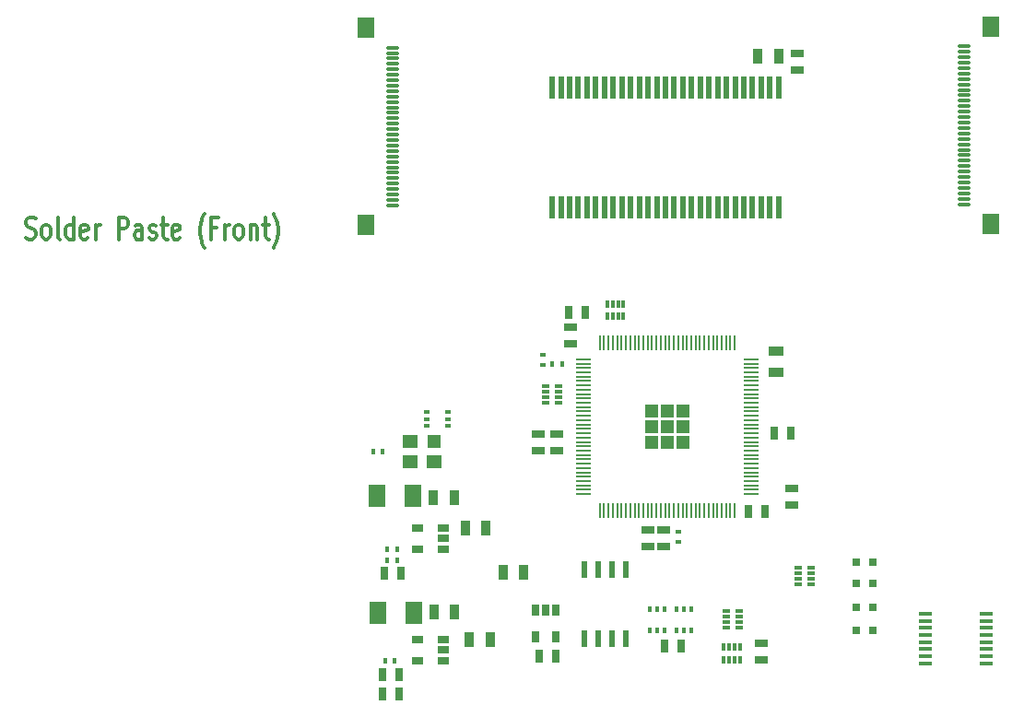
<source format=gtp>
G04 (created by PCBNEW-RS274X (2012-01-19 BZR 3256)-stable) date Mon 15 Oct 2012 17:25:38 BST*
G01*
G70*
G90*
%MOIN*%
G04 Gerber Fmt 3.4, Leading zero omitted, Abs format*
%FSLAX34Y34*%
G04 APERTURE LIST*
%ADD10C,0.006000*%
%ADD11C,0.012000*%
%ADD12O,0.057100X0.007900*%
%ADD13O,0.007900X0.057100*%
%ADD14R,0.047200X0.047200*%
%ADD15R,0.031400X0.031400*%
%ADD16R,0.035000X0.055000*%
%ADD17R,0.055000X0.035000*%
%ADD18R,0.045000X0.025000*%
%ADD19R,0.025000X0.045000*%
%ADD20R,0.015700X0.023600*%
%ADD21R,0.023600X0.015700*%
%ADD22R,0.063000X0.074800*%
%ADD23O,0.049200X0.011800*%
%ADD24R,0.020000X0.059100*%
%ADD25R,0.027600X0.039400*%
%ADD26R,0.039400X0.027600*%
%ADD27R,0.025600X0.011800*%
%ADD28R,0.011800X0.025600*%
%ADD29R,0.015700X0.019700*%
%ADD30R,0.023600X0.078700*%
%ADD31R,0.060000X0.080000*%
%ADD32R,0.050000X0.015000*%
%ADD33R,0.055100X0.047200*%
%ADD34R,0.051200X0.047200*%
%ADD35R,0.019700X0.015700*%
G04 APERTURE END LIST*
G54D10*
G54D11*
X07299Y-28632D02*
X07385Y-28670D01*
X07528Y-28670D01*
X07585Y-28632D01*
X07614Y-28594D01*
X07642Y-28517D01*
X07642Y-28441D01*
X07614Y-28365D01*
X07585Y-28327D01*
X07528Y-28289D01*
X07414Y-28251D01*
X07356Y-28213D01*
X07328Y-28175D01*
X07299Y-28098D01*
X07299Y-28022D01*
X07328Y-27946D01*
X07356Y-27908D01*
X07414Y-27870D01*
X07556Y-27870D01*
X07642Y-27908D01*
X07985Y-28670D02*
X07927Y-28632D01*
X07899Y-28594D01*
X07870Y-28517D01*
X07870Y-28289D01*
X07899Y-28213D01*
X07927Y-28175D01*
X07985Y-28136D01*
X08070Y-28136D01*
X08127Y-28175D01*
X08156Y-28213D01*
X08185Y-28289D01*
X08185Y-28517D01*
X08156Y-28594D01*
X08127Y-28632D01*
X08070Y-28670D01*
X07985Y-28670D01*
X08528Y-28670D02*
X08470Y-28632D01*
X08442Y-28556D01*
X08442Y-27870D01*
X09013Y-28670D02*
X09013Y-27870D01*
X09013Y-28632D02*
X08956Y-28670D01*
X08842Y-28670D01*
X08784Y-28632D01*
X08756Y-28594D01*
X08727Y-28517D01*
X08727Y-28289D01*
X08756Y-28213D01*
X08784Y-28175D01*
X08842Y-28136D01*
X08956Y-28136D01*
X09013Y-28175D01*
X09527Y-28632D02*
X09470Y-28670D01*
X09356Y-28670D01*
X09299Y-28632D01*
X09270Y-28556D01*
X09270Y-28251D01*
X09299Y-28175D01*
X09356Y-28136D01*
X09470Y-28136D01*
X09527Y-28175D01*
X09556Y-28251D01*
X09556Y-28327D01*
X09270Y-28403D01*
X09813Y-28670D02*
X09813Y-28136D01*
X09813Y-28289D02*
X09841Y-28213D01*
X09870Y-28175D01*
X09927Y-28136D01*
X09984Y-28136D01*
X10641Y-28670D02*
X10641Y-27870D01*
X10869Y-27870D01*
X10927Y-27908D01*
X10955Y-27946D01*
X10984Y-28022D01*
X10984Y-28136D01*
X10955Y-28213D01*
X10927Y-28251D01*
X10869Y-28289D01*
X10641Y-28289D01*
X11498Y-28670D02*
X11498Y-28251D01*
X11469Y-28175D01*
X11412Y-28136D01*
X11298Y-28136D01*
X11241Y-28175D01*
X11498Y-28632D02*
X11441Y-28670D01*
X11298Y-28670D01*
X11241Y-28632D01*
X11212Y-28556D01*
X11212Y-28479D01*
X11241Y-28403D01*
X11298Y-28365D01*
X11441Y-28365D01*
X11498Y-28327D01*
X11755Y-28632D02*
X11812Y-28670D01*
X11927Y-28670D01*
X11984Y-28632D01*
X12012Y-28556D01*
X12012Y-28517D01*
X11984Y-28441D01*
X11927Y-28403D01*
X11841Y-28403D01*
X11784Y-28365D01*
X11755Y-28289D01*
X11755Y-28251D01*
X11784Y-28175D01*
X11841Y-28136D01*
X11927Y-28136D01*
X11984Y-28175D01*
X12184Y-28136D02*
X12413Y-28136D01*
X12270Y-27870D02*
X12270Y-28556D01*
X12298Y-28632D01*
X12356Y-28670D01*
X12413Y-28670D01*
X12841Y-28632D02*
X12784Y-28670D01*
X12670Y-28670D01*
X12613Y-28632D01*
X12584Y-28556D01*
X12584Y-28251D01*
X12613Y-28175D01*
X12670Y-28136D01*
X12784Y-28136D01*
X12841Y-28175D01*
X12870Y-28251D01*
X12870Y-28327D01*
X12584Y-28403D01*
X13755Y-28975D02*
X13727Y-28936D01*
X13670Y-28822D01*
X13641Y-28746D01*
X13612Y-28632D01*
X13584Y-28441D01*
X13584Y-28289D01*
X13612Y-28098D01*
X13641Y-27984D01*
X13670Y-27908D01*
X13727Y-27794D01*
X13755Y-27756D01*
X14184Y-28251D02*
X13984Y-28251D01*
X13984Y-28670D02*
X13984Y-27870D01*
X14270Y-27870D01*
X14498Y-28670D02*
X14498Y-28136D01*
X14498Y-28289D02*
X14526Y-28213D01*
X14555Y-28175D01*
X14612Y-28136D01*
X14669Y-28136D01*
X14955Y-28670D02*
X14897Y-28632D01*
X14869Y-28594D01*
X14840Y-28517D01*
X14840Y-28289D01*
X14869Y-28213D01*
X14897Y-28175D01*
X14955Y-28136D01*
X15040Y-28136D01*
X15097Y-28175D01*
X15126Y-28213D01*
X15155Y-28289D01*
X15155Y-28517D01*
X15126Y-28594D01*
X15097Y-28632D01*
X15040Y-28670D01*
X14955Y-28670D01*
X15412Y-28136D02*
X15412Y-28670D01*
X15412Y-28213D02*
X15440Y-28175D01*
X15498Y-28136D01*
X15583Y-28136D01*
X15640Y-28175D01*
X15669Y-28251D01*
X15669Y-28670D01*
X15869Y-28136D02*
X16098Y-28136D01*
X15955Y-27870D02*
X15955Y-28556D01*
X15983Y-28632D01*
X16041Y-28670D01*
X16098Y-28670D01*
X16241Y-28975D02*
X16269Y-28936D01*
X16326Y-28822D01*
X16355Y-28746D01*
X16384Y-28632D01*
X16412Y-28441D01*
X16412Y-28289D01*
X16384Y-28098D01*
X16355Y-27984D01*
X16326Y-27908D01*
X16269Y-27794D01*
X16241Y-27756D01*
G54D12*
X27459Y-33010D03*
X27459Y-33168D03*
X27459Y-33325D03*
X27459Y-33482D03*
X27459Y-33640D03*
X27459Y-33797D03*
X27459Y-33955D03*
X27459Y-34112D03*
X27459Y-34270D03*
X27459Y-34427D03*
X27459Y-34585D03*
X27459Y-34742D03*
X27459Y-34900D03*
X27459Y-35057D03*
X27459Y-35215D03*
X27459Y-35372D03*
X27459Y-35530D03*
X27459Y-35687D03*
X27459Y-35845D03*
X27459Y-36002D03*
X27459Y-36160D03*
X27459Y-36317D03*
X27459Y-36475D03*
X27459Y-36632D03*
X27459Y-36790D03*
X27459Y-36947D03*
X27459Y-37105D03*
X27459Y-37262D03*
X27459Y-37420D03*
X27459Y-37577D03*
X27459Y-37734D03*
X27459Y-37892D03*
G54D13*
X28049Y-38482D03*
X28207Y-38482D03*
X28364Y-38482D03*
X28521Y-38482D03*
X28679Y-38482D03*
X28836Y-38482D03*
X28994Y-38482D03*
X29151Y-38482D03*
X29309Y-38482D03*
X29466Y-38482D03*
X29624Y-38482D03*
X29781Y-38482D03*
X29939Y-38482D03*
X30096Y-38482D03*
X30254Y-38482D03*
X30411Y-38482D03*
X30569Y-38482D03*
X30726Y-38482D03*
X30884Y-38482D03*
X31041Y-38482D03*
X31199Y-38482D03*
X31356Y-38482D03*
X31514Y-38482D03*
X31671Y-38482D03*
X31829Y-38482D03*
X31986Y-38482D03*
X32144Y-38482D03*
X32301Y-38482D03*
X32459Y-38482D03*
X32616Y-38482D03*
X32773Y-38482D03*
X32931Y-38482D03*
G54D12*
X33521Y-37892D03*
X33521Y-37734D03*
X33521Y-37577D03*
X33521Y-37420D03*
X33521Y-37262D03*
X33521Y-37105D03*
X33521Y-36947D03*
X33521Y-36790D03*
X33521Y-36632D03*
X33521Y-36475D03*
X33521Y-36317D03*
X33521Y-36160D03*
X33521Y-36002D03*
X33521Y-35845D03*
X33521Y-35687D03*
X33521Y-35530D03*
X33521Y-35372D03*
X33521Y-35215D03*
X33521Y-35057D03*
X33521Y-34900D03*
X33521Y-34742D03*
X33521Y-34585D03*
X33521Y-34427D03*
X33521Y-34270D03*
X33521Y-34112D03*
X33521Y-33955D03*
X33521Y-33797D03*
X33521Y-33640D03*
X33521Y-33482D03*
X33521Y-33325D03*
X33521Y-33168D03*
X33521Y-33010D03*
G54D13*
X32931Y-32420D03*
X32773Y-32420D03*
X32616Y-32420D03*
X32459Y-32420D03*
X32301Y-32420D03*
X32144Y-32420D03*
X31986Y-32420D03*
X31829Y-32420D03*
X31671Y-32420D03*
X31514Y-32420D03*
X31356Y-32420D03*
X31199Y-32420D03*
X31041Y-32420D03*
X30884Y-32420D03*
X30726Y-32420D03*
X30569Y-32420D03*
X30411Y-32420D03*
X30254Y-32420D03*
X30096Y-32420D03*
X29939Y-32420D03*
X29781Y-32420D03*
X29624Y-32420D03*
X29466Y-32420D03*
X29309Y-32420D03*
X29151Y-32420D03*
X28994Y-32420D03*
X28836Y-32420D03*
X28679Y-32420D03*
X28521Y-32420D03*
X28364Y-32420D03*
X28207Y-32420D03*
X28049Y-32420D03*
G54D14*
X30490Y-35451D03*
X29919Y-35451D03*
X30490Y-34880D03*
X31061Y-34880D03*
X29919Y-34880D03*
X29919Y-36022D03*
X30490Y-36022D03*
X31061Y-36022D03*
X31061Y-35451D03*
G54D15*
X37333Y-42825D03*
X37923Y-42825D03*
X37333Y-41969D03*
X37923Y-41969D03*
X37333Y-41132D03*
X37923Y-41132D03*
X37333Y-40335D03*
X37923Y-40335D03*
G54D16*
X33763Y-22051D03*
X34513Y-22051D03*
G54D17*
X34419Y-33475D03*
X34419Y-32725D03*
G54D16*
X25296Y-40709D03*
X24546Y-40709D03*
X23326Y-43159D03*
X24076Y-43159D03*
X22796Y-42146D03*
X22046Y-42146D03*
X23184Y-39130D03*
X23934Y-39130D03*
X22788Y-38024D03*
X22038Y-38024D03*
G54D18*
X26988Y-32456D03*
X26988Y-31856D03*
X29774Y-39198D03*
X29774Y-39798D03*
G54D19*
X33430Y-38533D03*
X34030Y-38533D03*
G54D18*
X26506Y-36324D03*
X26506Y-35724D03*
G54D19*
X34956Y-35699D03*
X34356Y-35699D03*
G54D18*
X33902Y-43275D03*
X33902Y-43875D03*
X35000Y-37682D03*
X35000Y-38282D03*
X35189Y-21940D03*
X35189Y-22540D03*
X25827Y-36324D03*
X25827Y-35724D03*
G54D19*
X27534Y-31309D03*
X26934Y-31309D03*
X30379Y-43386D03*
X30979Y-43386D03*
X20255Y-40759D03*
X20855Y-40759D03*
X20182Y-44409D03*
X20782Y-44409D03*
G54D20*
X26693Y-33169D03*
X26339Y-33169D03*
X20724Y-39892D03*
X20370Y-39892D03*
X20366Y-40274D03*
X20720Y-40274D03*
X20640Y-43907D03*
X20286Y-43907D03*
X19847Y-36366D03*
X20201Y-36366D03*
G54D21*
X30896Y-39262D03*
X30896Y-39616D03*
X25980Y-32854D03*
X25980Y-33208D03*
G54D22*
X19590Y-21028D03*
X19590Y-28154D03*
G54D23*
X20554Y-27446D03*
X20554Y-27250D03*
X20554Y-27053D03*
X20554Y-26856D03*
X20554Y-26659D03*
X20554Y-26462D03*
X20554Y-26265D03*
X20554Y-26068D03*
X20554Y-25872D03*
X20554Y-25675D03*
X20554Y-25478D03*
X20554Y-25281D03*
X20554Y-25084D03*
X20554Y-24887D03*
X20555Y-24689D03*
X20554Y-24494D03*
X20554Y-24297D03*
X20554Y-24100D03*
X20554Y-23706D03*
X20554Y-23312D03*
X20554Y-22919D03*
X20554Y-23116D03*
X20554Y-23509D03*
X20554Y-23903D03*
X20554Y-22722D03*
X20554Y-22525D03*
X20554Y-22328D03*
X20554Y-22131D03*
X20554Y-21935D03*
X20554Y-21736D03*
G54D22*
X42186Y-28114D03*
X42186Y-20988D03*
G54D23*
X41222Y-21696D03*
X41222Y-21892D03*
X41222Y-22089D03*
X41222Y-22286D03*
X41222Y-22483D03*
X41222Y-22680D03*
X41222Y-22877D03*
X41222Y-23074D03*
X41222Y-23270D03*
X41222Y-23467D03*
X41222Y-23664D03*
X41222Y-23861D03*
X41222Y-24058D03*
X41222Y-24255D03*
X41221Y-24453D03*
X41222Y-24648D03*
X41222Y-24845D03*
X41222Y-25042D03*
X41222Y-25436D03*
X41222Y-25830D03*
X41222Y-26223D03*
X41222Y-26026D03*
X41222Y-25633D03*
X41222Y-25239D03*
X41222Y-26420D03*
X41222Y-26617D03*
X41222Y-26814D03*
X41222Y-27011D03*
X41222Y-27207D03*
X41222Y-27406D03*
G54D24*
X28978Y-43110D03*
X28478Y-43110D03*
X27978Y-43110D03*
X27478Y-43110D03*
X27478Y-40610D03*
X27978Y-40610D03*
X28478Y-40610D03*
X28978Y-40610D03*
G54D18*
X30354Y-39198D03*
X30354Y-39798D03*
G54D25*
X26094Y-42098D03*
X26468Y-42098D03*
X25720Y-42098D03*
X25720Y-43043D03*
X26468Y-43043D03*
G54D26*
X22386Y-43533D03*
X22386Y-43907D03*
X22386Y-43159D03*
X21441Y-43159D03*
X21441Y-43907D03*
X22386Y-39499D03*
X22386Y-39873D03*
X22386Y-39125D03*
X21441Y-39125D03*
X21441Y-39873D03*
G54D19*
X20182Y-45108D03*
X20782Y-45108D03*
G54D27*
X32630Y-42126D03*
X32630Y-42323D03*
X32630Y-42520D03*
X32630Y-42717D03*
X33083Y-42717D03*
X33083Y-42520D03*
X33083Y-42323D03*
X33083Y-42126D03*
G54D28*
X33120Y-43424D03*
X32923Y-43424D03*
X32726Y-43424D03*
X32529Y-43424D03*
X32529Y-43877D03*
X32726Y-43877D03*
X32923Y-43877D03*
X33120Y-43877D03*
X28907Y-31002D03*
X28710Y-31002D03*
X28513Y-31002D03*
X28316Y-31002D03*
X28316Y-31455D03*
X28513Y-31455D03*
X28710Y-31455D03*
X28907Y-31455D03*
G54D27*
X26543Y-34590D03*
X26543Y-34393D03*
X26543Y-34196D03*
X26543Y-33999D03*
X26090Y-33999D03*
X26090Y-34196D03*
X26090Y-34393D03*
X26090Y-34590D03*
G54D29*
X31094Y-42815D03*
X30838Y-42815D03*
X31350Y-42815D03*
X31350Y-42067D03*
X31094Y-42067D03*
X30838Y-42067D03*
X30118Y-42815D03*
X29862Y-42815D03*
X30374Y-42815D03*
X30374Y-42067D03*
X30118Y-42067D03*
X29862Y-42067D03*
G54D30*
X34517Y-23199D03*
X34202Y-23199D03*
X33887Y-23199D03*
X33572Y-23199D03*
X33257Y-23199D03*
X32942Y-23199D03*
X32627Y-23199D03*
X32312Y-23199D03*
X31997Y-23199D03*
X31682Y-23199D03*
X31367Y-23199D03*
X31052Y-23199D03*
X30737Y-23199D03*
X30423Y-23199D03*
X30108Y-23199D03*
X29793Y-23199D03*
X29478Y-23199D03*
X29163Y-23199D03*
X28848Y-23199D03*
X28533Y-23199D03*
X28218Y-23199D03*
X27903Y-23199D03*
X27588Y-23199D03*
X27273Y-23199D03*
X26958Y-23199D03*
X26643Y-23199D03*
X26328Y-23199D03*
X26328Y-27530D03*
X26643Y-27530D03*
X26958Y-27530D03*
X27273Y-27530D03*
X27588Y-27530D03*
X27903Y-27530D03*
X28218Y-27530D03*
X28533Y-27530D03*
X28848Y-27530D03*
X29163Y-27530D03*
X29478Y-27530D03*
X29793Y-27530D03*
X30108Y-27530D03*
X30423Y-27530D03*
X30737Y-27530D03*
X31052Y-27530D03*
X31367Y-27530D03*
X31682Y-27530D03*
X31997Y-27530D03*
X32312Y-27530D03*
X32627Y-27530D03*
X32942Y-27530D03*
X33257Y-27530D03*
X33572Y-27530D03*
X33887Y-27530D03*
X34202Y-27530D03*
X34517Y-27530D03*
G54D27*
X35235Y-40561D03*
X35235Y-40758D03*
X35235Y-40955D03*
X35235Y-41152D03*
X35688Y-41152D03*
X35688Y-40955D03*
X35688Y-40758D03*
X35688Y-40561D03*
G54D19*
X26461Y-43760D03*
X25861Y-43760D03*
G54D31*
X20000Y-37953D03*
X21300Y-37953D03*
X20039Y-42175D03*
X21339Y-42175D03*
G54D32*
X42031Y-44006D03*
X42031Y-43750D03*
X42031Y-43494D03*
X42031Y-43238D03*
X42031Y-42982D03*
X42031Y-42726D03*
X42031Y-42470D03*
X42031Y-42214D03*
X39827Y-42214D03*
X39827Y-42470D03*
X39827Y-42726D03*
X39827Y-42982D03*
X39827Y-43238D03*
X39827Y-43494D03*
X39827Y-43750D03*
X39827Y-44006D03*
G54D33*
X21201Y-36732D03*
X22067Y-36732D03*
G54D34*
X22067Y-35984D03*
G54D33*
X21201Y-35984D03*
G54D35*
X21803Y-35177D03*
X21803Y-34921D03*
X21803Y-35433D03*
X22551Y-35433D03*
X22551Y-35177D03*
X22551Y-34921D03*
M02*

</source>
